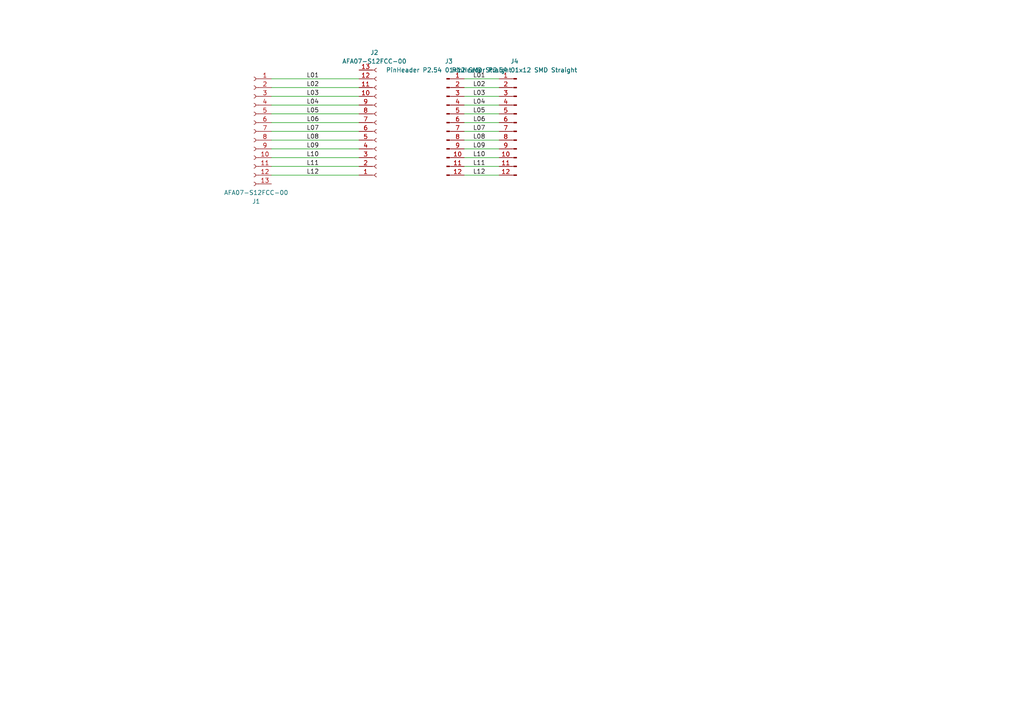
<source format=kicad_sch>
(kicad_sch (version 20250114) (generator "eeschema") (generator_version "9.0")
  (paper "A4")
  (lib_symbols
    (symbol "kicad_inventree_lib:AFA07-S12FCC-00" (pin_names (offset 1.016) (hide yes))
      (property "Reference" "J" (at 0 12.7 0))
      (property "Value" "AFA07-S12FCC-00" (at 0 -27.94 0))
      (symbol "AFA07-S12FCC-00_1_1"
        (polyline (pts (xy -1.27 10.16) (xy -0.508 10.16)) (stroke (width 0.1524)))
        (polyline (pts (xy -1.27 7.62) (xy -0.508 7.62)) (stroke (width 0.1524)))
        (polyline (pts (xy -1.27 5.08) (xy -0.508 5.08)) (stroke (width 0.1524)))
        (polyline (pts (xy -1.27 2.54) (xy -0.508 2.54)) (stroke (width 0.1524)))
        (polyline (pts (xy -1.27 0) (xy -0.508 0)) (stroke (width 0.1524)))
        (polyline (pts (xy -1.27 -2.54) (xy -0.508 -2.54)) (stroke (width 0.1524)))
        (polyline (pts (xy -1.27 -5.08) (xy -0.508 -5.08)) (stroke (width 0.1524)))
        (polyline (pts (xy -1.27 -7.62) (xy -0.508 -7.62)) (stroke (width 0.1524)))
        (polyline (pts (xy -1.27 -10.16) (xy -0.508 -10.16)) (stroke (width 0.1524)))
        (polyline (pts (xy -1.27 -12.7) (xy -0.508 -12.7)) (stroke (width 0.1524)))
        (polyline (pts (xy -1.27 -15.24) (xy -0.508 -15.24)) (stroke (width 0.1524)))
        (polyline (pts (xy -1.27 -17.78) (xy -0.508 -17.78)) (stroke (width 0.1524)))
        (polyline (pts (xy -1.27 -20.32) (xy -0.508 -20.32)) (stroke (width 0.1524)))
        (arc (start 0 9.652) (mid -0.5058 10.16) (end 0 10.668) (stroke (width 0.1524)))
        (arc (start 0 7.112) (mid -0.5058 7.62) (end 0 8.128) (stroke (width 0.1524)))
        (arc (start 0 4.572) (mid -0.5058 5.08) (end 0 5.588) (stroke (width 0.1524)))
        (arc (start 0 2.032) (mid -0.5058 2.54) (end 0 3.048) (stroke (width 0.1524)))
        (arc (start 0 -0.508) (mid -0.5058 0) (end 0 0.508) (stroke (width 0.1524)))
        (arc (start 0 -3.048) (mid -0.5058 -2.54) (end 0 -2.032) (stroke (width 0.1524)))
        (arc (start 0 -5.588) (mid -0.5058 -5.08) (end 0 -4.572) (stroke (width 0.1524)))
        (arc (start 0 -8.128) (mid -0.5058 -7.62) (end 0 -7.112) (stroke (width 0.1524)))
        (arc (start 0 -10.668) (mid -0.5058 -10.16) (end 0 -9.652) (stroke (width 0.1524)))
        (arc (start 0 -13.208) (mid -0.5058 -12.7) (end 0 -12.192) (stroke (width 0.1524)))
        (arc (start 0 -15.748) (mid -0.5058 -15.24) (end 0 -14.732) (stroke (width 0.1524)))
        (arc (start 0 -18.288) (mid -0.5058 -17.78) (end 0 -17.272) (stroke (width 0.1524)))
        (arc (start 0 -20.828) (mid -0.5058 -20.32) (end 0 -19.812) (stroke (width 0.1524)))
        (pin passive line (at -5.08 10.16 0) (length 3.81) (name "Pin_1") (number "1"))
        (pin passive line (at -5.08 7.62 0) (length 3.81) (name "Pin_2") (number "2"))
        (pin passive line (at -5.08 5.08 0) (length 3.81) (name "Pin_3") (number "3"))
        (pin passive line (at -5.08 2.54 0) (length 3.81) (name "Pin_4") (number "4"))
        (pin passive line (at -5.08 0 0) (length 3.81) (name "Pin_5") (number "5"))
        (pin passive line (at -5.08 -2.54 0) (length 3.81) (name "Pin_6") (number "6"))
        (pin passive line (at -5.08 -5.08 0) (length 3.81) (name "Pin_7") (number "7"))
        (pin passive line (at -5.08 -7.62 0) (length 3.81) (name "Pin_8") (number "8"))
        (pin passive line (at -5.08 -10.16 0) (length 3.81) (name "Pin_9") (number "9"))
        (pin passive line (at -5.08 -12.7 0) (length 3.81) (name "Pin_10") (number "10"))
        (pin passive line (at -5.08 -15.24 0) (length 3.81) (name "Pin_11") (number "11"))
        (pin passive line (at -5.08 -17.78 0) (length 3.81) (name "Pin_11") (number "12"))
        (pin passive line (at -5.08 -20.32 0) (length 3.81) (name "Pin_11") (number "13"))
      )
    )
    (symbol "kicad_inventree_lib:PinHeader P2.54 01x12 SMD Straight" (pin_names (offset 1.016) (hide yes))
      (property "Reference" "J" (at 0 15.24 0))
      (property "Value" "PinHeader P2.54 01x12 SMD Straight" (at 0 -17.78 0))
      (symbol "PinHeader P2.54 01x12 SMD Straight_1_1"
        (rectangle (start 0.8636 12.827) (end 0 12.573) (stroke (width 0.1524)) (fill (type outline)))
        (rectangle (start 0.8636 10.287) (end 0 10.033) (stroke (width 0.1524)) (fill (type outline)))
        (rectangle (start 0.8636 7.747) (end 0 7.493) (stroke (width 0.1524)) (fill (type outline)))
        (rectangle (start 0.8636 5.207) (end 0 4.953) (stroke (width 0.1524)) (fill (type outline)))
        (rectangle (start 0.8636 2.667) (end 0 2.413) (stroke (width 0.1524)) (fill (type outline)))
        (rectangle (start 0.8636 0.127) (end 0 -0.127) (stroke (width 0.1524)) (fill (type outline)))
        (rectangle (start 0.8636 -2.413) (end 0 -2.667) (stroke (width 0.1524)) (fill (type outline)))
        (rectangle (start 0.8636 -4.953) (end 0 -5.207) (stroke (width 0.1524)) (fill (type outline)))
        (rectangle (start 0.8636 -7.493) (end 0 -7.747) (stroke (width 0.1524)) (fill (type outline)))
        (rectangle (start 0.8636 -10.033) (end 0 -10.287) (stroke (width 0.1524)) (fill (type outline)))
        (rectangle (start 0.8636 -12.573) (end 0 -12.827) (stroke (width 0.1524)) (fill (type outline)))
        (rectangle (start 0.8636 -15.113) (end 0 -15.367) (stroke (width 0.1524)) (fill (type outline)))
        (polyline (pts (xy 1.27 12.7) (xy 0.8636 12.7)) (stroke (width 0.1524)))
        (polyline (pts (xy 1.27 10.16) (xy 0.8636 10.16)) (stroke (width 0.1524)))
        (polyline (pts (xy 1.27 7.62) (xy 0.8636 7.62)) (stroke (width 0.1524)))
        (polyline (pts (xy 1.27 5.08) (xy 0.8636 5.08)) (stroke (width 0.1524)))
        (polyline (pts (xy 1.27 2.54) (xy 0.8636 2.54)) (stroke (width 0.1524)))
        (polyline (pts (xy 1.27 0) (xy 0.8636 0)) (stroke (width 0.1524)))
        (polyline (pts (xy 1.27 -2.54) (xy 0.8636 -2.54)) (stroke (width 0.1524)))
        (polyline (pts (xy 1.27 -5.08) (xy 0.8636 -5.08)) (stroke (width 0.1524)))
        (polyline (pts (xy 1.27 -7.62) (xy 0.8636 -7.62)) (stroke (width 0.1524)))
        (polyline (pts (xy 1.27 -10.16) (xy 0.8636 -10.16)) (stroke (width 0.1524)))
        (polyline (pts (xy 1.27 -12.7) (xy 0.8636 -12.7)) (stroke (width 0.1524)))
        (polyline (pts (xy 1.27 -15.24) (xy 0.8636 -15.24)) (stroke (width 0.1524)))
        (pin passive line (at 5.08 12.7 180) (length 3.81) (name "Pin_1") (number "1"))
        (pin passive line (at 5.08 10.16 180) (length 3.81) (name "Pin_2") (number "2"))
        (pin passive line (at 5.08 7.62 180) (length 3.81) (name "Pin_3") (number "3"))
        (pin passive line (at 5.08 5.08 180) (length 3.81) (name "Pin_4") (number "4"))
        (pin passive line (at 5.08 2.54 180) (length 3.81) (name "Pin_5") (number "5"))
        (pin passive line (at 5.08 0 180) (length 3.81) (name "Pin_6") (number "6"))
        (pin passive line (at 5.08 -2.54 180) (length 3.81) (name "Pin_7") (number "7"))
        (pin passive line (at 5.08 -5.08 180) (length 3.81) (name "Pin_8") (number "8"))
        (pin passive line (at 5.08 -7.62 180) (length 3.81) (name "Pin_9") (number "9"))
        (pin passive line (at 5.08 -10.16 180) (length 3.81) (name "Pin_10") (number "10"))
        (pin passive line (at 5.08 -12.7 180) (length 3.81) (name "Pin_11") (number "11"))
        (pin passive line (at 5.08 -15.24 180) (length 3.81) (name "Pin_12") (number "12"))
      )
    )
  )
  (wire (pts (xy 104.14 40.64) (xy 78.74 40.64)))
  (wire (pts (xy 104.14 30.48) (xy 78.74 30.48)))
  (wire (pts (xy 104.14 45.72) (xy 78.74 45.72)))
  (wire (pts (xy 144.78 40.64) (xy 134.62 40.64)))
  (wire (pts (xy 144.78 27.94) (xy 134.62 27.94)))
  (wire (pts (xy 144.78 50.8) (xy 134.62 50.8)))
  (wire (pts (xy 104.14 33.02) (xy 78.74 33.02)))
  (wire (pts (xy 144.78 43.18) (xy 134.62 43.18)))
  (wire (pts (xy 144.78 45.72) (xy 134.62 45.72)))
  (wire (pts (xy 104.14 35.56) (xy 78.74 35.56)))
  (wire (pts (xy 144.78 33.02) (xy 134.62 33.02)))
  (wire (pts (xy 144.78 25.4) (xy 134.62 25.4)))
  (wire (pts (xy 144.78 22.86) (xy 134.62 22.86)))
  (wire (pts (xy 104.14 38.1) (xy 78.74 38.1)))
  (wire (pts (xy 104.14 25.4) (xy 78.74 25.4)))
  (wire (pts (xy 104.14 27.94) (xy 78.74 27.94)))
  (wire (pts (xy 144.78 48.26) (xy 134.62 48.26)))
  (wire (pts (xy 104.14 22.86) (xy 78.74 22.86)))
  (wire (pts (xy 104.14 43.18) (xy 78.74 43.18)))
  (wire (pts (xy 78.74 50.8) (xy 104.14 50.8)))
  (wire (pts (xy 144.78 30.48) (xy 134.62 30.48)))
  (wire (pts (xy 144.78 38.1) (xy 134.62 38.1)))
  (wire (pts (xy 78.74 48.26) (xy 104.14 48.26)))
  (wire (pts (xy 144.78 35.56) (xy 134.62 35.56)))
  (label "L08" (at 137.16 40.64 0))
  (label "L10" (at 137.16 45.72 0))
  (label "L02" (at 88.9 25.4 0))
  (label "L07" (at 88.9 38.1 0))
  (label "L11" (at 88.9 48.26 0))
  (label "L05" (at 137.16 33.02 0))
  (label "L02" (at 137.16 25.4 0))
  (label "L08" (at 88.9 40.64 0))
  (label "L12" (at 137.16 50.8 0))
  (label "L06" (at 88.9385 35.56 0))
  (label "L06" (at 137.1985 35.56 0))
  (label "L05" (at 88.9 33.02 0))
  (label "L03" (at 88.9 27.94 0))
  (label "L04" (at 88.9 30.48 0))
  (label "L07" (at 137.16 38.1 0))
  (label "L09" (at 88.9 43.18 0))
  (label "L01" (at 88.9 22.86 0))
  (label "L09" (at 137.16 43.18 0))
  (label "L11" (at 137.16 48.26 0))
  (label "L03" (at 137.16 27.94 0))
  (label "L01" (at 137.16 22.86 0))
  (label "L10" (at 88.9 45.72 0))
  (label "L04" (at 137.16 30.48 0))
  (label "L12" (at 88.9 50.8 0))
  (symbol (lib_id "kicad_inventree_lib:PinHeader P2.54 01x12 SMD Straight") (at 129.54 35.56 0) (unit 1)
    (property "Reference" "J3" (at 130.175 17.78 0))
    (property "Value" "PinHeader P2.54 01x12 SMD Straight" (at 130.175 20.32 0))
    (property "Footprint" "Connector_PinHeader_2.54mm:PinHeader_1x12_P2.54mm_Vertical_SMD_Pin1Left" (effects (hide yes)))
    (property "Datasheet" "http://inventree.network/part/48/" (effects (hide yes)))
    (property "Description" "Generic connector, single row, 01x12, script generated" (effects (hide yes)))
    (property "part_ipn" "PinHeader P2.54 01x12 SMD Straight" (effects (hide yes)))
  )
  (symbol (lib_id "kicad_inventree_lib:AFA07-S12FCC-00") (at 109.22 40.64 0) (mirror x) (unit 1)
    (property "Reference" "J2" (at 108.585 15.24 0))
    (property "Value" "AFA07-S12FCC-00" (at 108.585 17.78 0))
    (property "Footprint" "kicad_inventree_lib:CONN10_AFA07-S12_JUS" (effects (hide yes)))
    (property "Description" "Generic connector, single row, 01x10, script generated" (effects (hide yes)))
    (property "part_ipn" "AFA07-S12FCC-00" (effects (hide yes)))
  )
  (symbol (lib_id "kicad_inventree_lib:PinHeader P2.54 01x12 SMD Straight") (at 149.86 35.56 0) (mirror y) (unit 1)
    (property "Reference" "J4" (at 149.225 17.78 0))
    (property "Value" "PinHeader P2.54 01x12 SMD Straight" (at 149.225 20.32 0))
    (property "Footprint" "Connector_PinHeader_2.54mm:PinHeader_1x12_P2.54mm_Vertical_SMD_Pin1Left" (effects (hide yes)))
    (property "Datasheet" "http://inventree.network/part/48/" (effects (hide yes)))
    (property "Description" "Generic connector, single row, 01x12, script generated" (effects (hide yes)))
    (property "part_ipn" "PinHeader P2.54 01x12 SMD Straight" (effects (hide yes)))
  )
  (symbol (lib_id "kicad_inventree_lib:AFA07-S12FCC-00") (at 73.66 33.02 0) (mirror y) (unit 1)
    (property "Reference" "J1" (at 74.295 58.42 0))
    (property "Value" "AFA07-S12FCC-00" (at 74.295 55.88 0))
    (property "Footprint" "kicad_inventree_lib:CONN10_AFA07-S12_JUS" (effects (hide yes)))
    (property "Description" "Generic connector, single row, 01x10, script generated" (effects (hide yes)))
    (property "part_ipn" "AFA07-S12FCC-00" (effects (hide yes)))
  )
)
</source>
